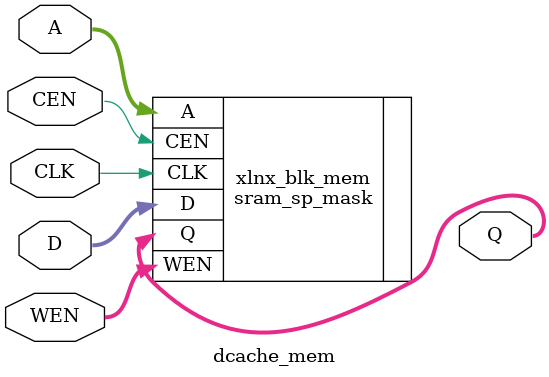
<source format=v>
`include "defines.v"

module sys_sram(
    input           CLK,
    input           CENA,
    input           WENA,
    input[11:0]     AA,
    input[127:0]    DA,
    output[127:0]   QA,
    input           CENB,
    input           WENB,
    input[11:0]     AB,
    input[127:0]    DB,
    output[127:0]   QB
);

//Dual Port SRAM, 512x128b = 8KBytes
bram_dp_512x128 xlnx_blk_mem(
    .addra(AA),
    .clka(CLK),
    .dina(DA),
    .douta(QA),
    .ena(!CENA),
    .wea(!WENA),
    .addrb(AB),
    .clkb(CLK),
    .dinb(DB),
    .doutb(QB),
    .enb(!CENB),
    .web(!WENB)
);

endmodule

//Delay Lock Looped and Clock Gating
//delay clkin to clkout for a quarter cycle of refclk
module sys_delay(
	input enable,
	input refclk,
	input clkin,
	output clkout
);
assign clkout = enable ? clkin : 0;
endmodule

//System Clock Generator
module sys_clkgen(
    input ref_clk,
    input ext_rst,
    output sys_clk,
    output sys_rst
);

wire locked;
clkgen xlnx_pll(
    .clk_in1(ref_clk),  //100 MHz
    .reset(ext_rst),
    .clk_out1(sys_clk), // 50 MHz
    .locked(locked)
);
assign sys_rst = !locked;

endmodule

//Data Cache Tags RAM
module dcache_tag(
    input         CLK,
    input         CENA,
    input[4:0]    AA,
    output[6:0]   QA,
    input         CENB,
    input[4:0]    AB,
    input[6:0]    DB
);

sram_sdp #(5, 7)    //32x7 SRAM, simple dual port
xlnx_blk_mem (
    .CLK    (CLK),
    .CENA   (CENA),
    .AA     (AA),
    .QA     (QA),
    .CENB   (CENB),
    .AB     (AB),
    .DB     (DB)
);

endmodule

//Data Cache Data RAM
module dcache_mem(
    input         CLK,
    input         CEN,
    input[15:0]   WEN,
    input[4:0]    A,
    input[127:0]  D,
    output[127:0] Q
);

sram_sp_mask #(5, 128, 4) //32x128 SRAM, with byte mask
xlnx_blk_mem(
    .CLK    (CLK),
    .CEN    (CEN),
    .WEN    (WEN),
    .A      (A),
    .D      (D),
    .Q      (Q)
);
endmodule

</source>
